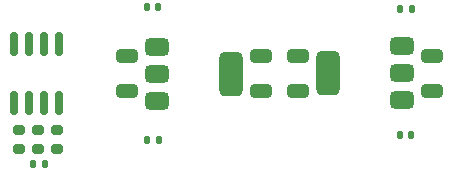
<source format=gbr>
%TF.GenerationSoftware,KiCad,Pcbnew,8.0.6*%
%TF.CreationDate,2025-08-26T16:14:54+02:00*%
%TF.ProjectId,controller,636f6e74-726f-46c6-9c65-722e6b696361,rev?*%
%TF.SameCoordinates,Original*%
%TF.FileFunction,Paste,Top*%
%TF.FilePolarity,Positive*%
%FSLAX46Y46*%
G04 Gerber Fmt 4.6, Leading zero omitted, Abs format (unit mm)*
G04 Created by KiCad (PCBNEW 8.0.6) date 2025-08-26 16:14:54*
%MOMM*%
%LPD*%
G01*
G04 APERTURE LIST*
G04 Aperture macros list*
%AMRoundRect*
0 Rectangle with rounded corners*
0 $1 Rounding radius*
0 $2 $3 $4 $5 $6 $7 $8 $9 X,Y pos of 4 corners*
0 Add a 4 corners polygon primitive as box body*
4,1,4,$2,$3,$4,$5,$6,$7,$8,$9,$2,$3,0*
0 Add four circle primitives for the rounded corners*
1,1,$1+$1,$2,$3*
1,1,$1+$1,$4,$5*
1,1,$1+$1,$6,$7*
1,1,$1+$1,$8,$9*
0 Add four rect primitives between the rounded corners*
20,1,$1+$1,$2,$3,$4,$5,0*
20,1,$1+$1,$4,$5,$6,$7,0*
20,1,$1+$1,$6,$7,$8,$9,0*
20,1,$1+$1,$8,$9,$2,$3,0*%
G04 Aperture macros list end*
%ADD10RoundRect,0.375000X-0.625000X-0.375000X0.625000X-0.375000X0.625000X0.375000X-0.625000X0.375000X0*%
%ADD11RoundRect,0.500000X-0.500000X-1.400000X0.500000X-1.400000X0.500000X1.400000X-0.500000X1.400000X0*%
%ADD12RoundRect,0.200000X-0.275000X0.200000X-0.275000X-0.200000X0.275000X-0.200000X0.275000X0.200000X0*%
%ADD13RoundRect,0.250000X-0.650000X0.325000X-0.650000X-0.325000X0.650000X-0.325000X0.650000X0.325000X0*%
%ADD14RoundRect,0.200000X0.275000X-0.200000X0.275000X0.200000X-0.275000X0.200000X-0.275000X-0.200000X0*%
%ADD15RoundRect,0.140000X0.140000X0.170000X-0.140000X0.170000X-0.140000X-0.170000X0.140000X-0.170000X0*%
%ADD16RoundRect,0.140000X-0.140000X-0.170000X0.140000X-0.170000X0.140000X0.170000X-0.140000X0.170000X0*%
%ADD17RoundRect,0.150000X-0.150000X0.825000X-0.150000X-0.825000X0.150000X-0.825000X0.150000X0.825000X0*%
%ADD18RoundRect,0.250000X0.650000X-0.325000X0.650000X0.325000X-0.650000X0.325000X-0.650000X-0.325000X0*%
%ADD19RoundRect,0.375000X0.625000X0.375000X-0.625000X0.375000X-0.625000X-0.375000X0.625000X-0.375000X0*%
%ADD20RoundRect,0.500000X0.500000X1.400000X-0.500000X1.400000X-0.500000X-1.400000X0.500000X-1.400000X0*%
G04 APERTURE END LIST*
D10*
%TO.C,U4*%
X196299990Y-49494092D03*
X196299990Y-51794092D03*
D11*
X202599990Y-51794092D03*
D10*
X196299990Y-54094092D03*
%TD*%
D12*
%TO.C,R1*%
X187835524Y-56521058D03*
X187835524Y-58171058D03*
%TD*%
D13*
%TO.C,C7*%
X208235524Y-50281592D03*
X208235524Y-53231592D03*
%TD*%
D14*
%TO.C,R2*%
X186235524Y-58171058D03*
X186235524Y-56521058D03*
%TD*%
D13*
%TO.C,C3*%
X219585524Y-50281592D03*
X219585524Y-53231592D03*
%TD*%
D15*
%TO.C,C2*%
X217865524Y-46346058D03*
X216905524Y-46346058D03*
%TD*%
D16*
%TO.C,C6*%
X195485524Y-57396058D03*
X196445524Y-57396058D03*
%TD*%
%TO.C,C5*%
X216885524Y-56996058D03*
X217845524Y-56996058D03*
%TD*%
D15*
%TO.C,C9*%
X196415524Y-46146058D03*
X195455524Y-46146058D03*
%TD*%
D17*
%TO.C,U3*%
X188040524Y-49281592D03*
X186770524Y-49281592D03*
X185500524Y-49281592D03*
X184230524Y-49281592D03*
X184230524Y-54231592D03*
X185500524Y-54231592D03*
X186770524Y-54231592D03*
X188040524Y-54231592D03*
%TD*%
D13*
%TO.C,C8*%
X205085524Y-50281592D03*
X205085524Y-53231592D03*
%TD*%
D15*
%TO.C,C1*%
X186785524Y-59446058D03*
X185825524Y-59446058D03*
%TD*%
D12*
%TO.C,R3*%
X184635524Y-56521058D03*
X184635524Y-58171058D03*
%TD*%
D18*
%TO.C,C4*%
X193785524Y-53231592D03*
X193785524Y-50281592D03*
%TD*%
D19*
%TO.C,U2*%
X217049990Y-54019092D03*
X217049990Y-51719092D03*
D20*
X210749990Y-51719092D03*
D19*
X217049990Y-49419092D03*
%TD*%
M02*

</source>
